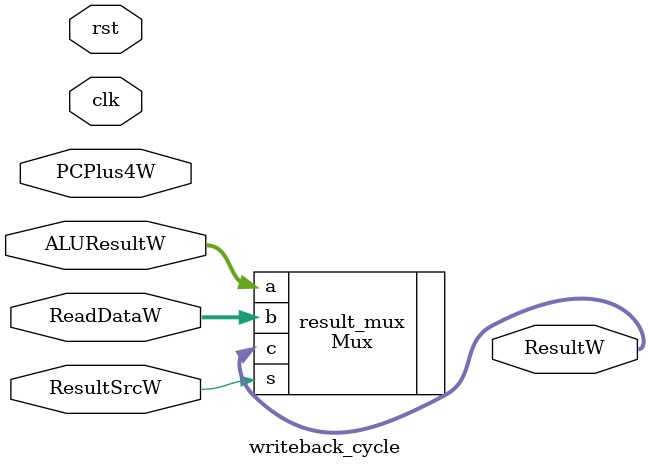
<source format=v>

module writeback_cycle (clk, rst, ALUResultW, ResultSrcW, ReadDataW, PCPlus4W, ResultW);

// Declaration of I/Os

input clk, rst, ResultSrcW;
input [31:0] ReadDataW, PCPlus4W, ALUResultW;

output [31:0] ResultW;


// module instantiation 

Mux result_mux (.a(ALUResultW),
                .b(ReadDataW),
                .s(ResultSrcW),
                .c(ResultW));




endmodule
</source>
